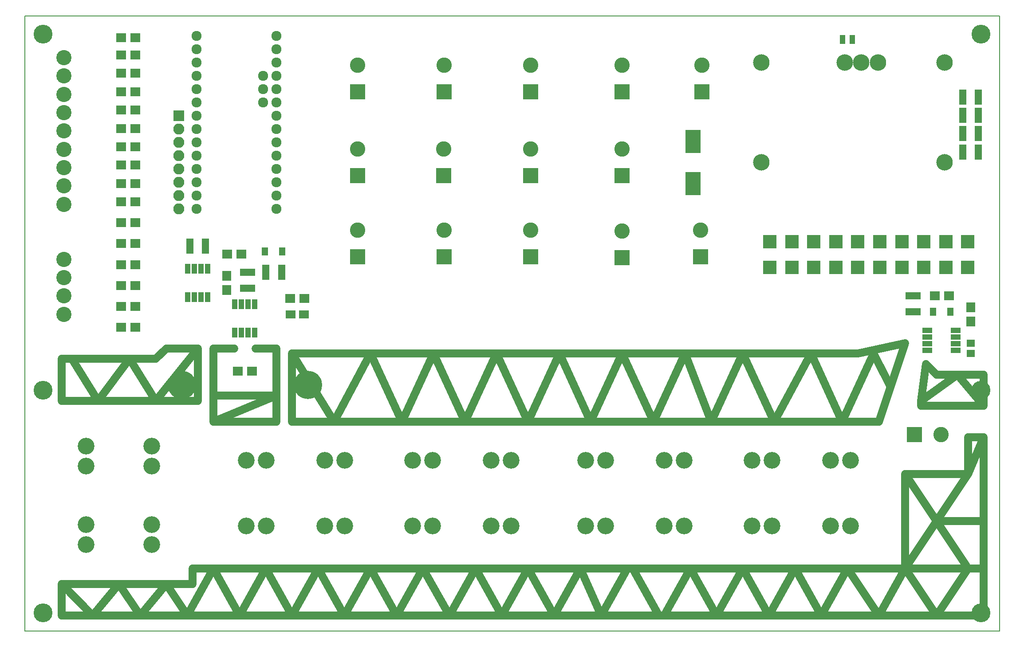
<source format=gts>
G04 #@! TF.FileFunction,Soldermask,Top*
%FSLAX46Y46*%
G04 Gerber Fmt 4.6, Leading zero omitted, Abs format (unit mm)*
G04 Created by KiCad (PCBNEW 4.0.4-stable) date 05/08/17 18:11:55*
%MOMM*%
%LPD*%
G01*
G04 APERTURE LIST*
%ADD10C,0.100000*%
%ADD11C,1.500000*%
%ADD12C,0.150000*%
%ADD13C,5.400000*%
%ADD14R,2.940000X2.940000*%
%ADD15C,2.940000*%
%ADD16C,3.600000*%
%ADD17O,1.924000X1.924000*%
%ADD18R,1.950000X1.000000*%
%ADD19R,1.000000X1.950000*%
%ADD20R,2.525980X2.525980*%
%ADD21C,3.200000*%
%ADD22R,1.700000X1.900000*%
%ADD23R,1.900000X1.700000*%
%ADD24R,2.900000X1.400000*%
%ADD25R,1.400000X2.900000*%
%ADD26R,1.300000X1.600000*%
%ADD27C,2.900000*%
%ADD28R,1.900000X1.650000*%
%ADD29R,2.100000X2.100000*%
%ADD30O,2.100000X2.100000*%
%ADD31R,2.900000X4.400000*%
%ADD32R,1.100000X1.700000*%
%ADD33C,3.150000*%
%ADD34R,1.650000X1.400000*%
G04 APERTURE END LIST*
D10*
D11*
X39623000Y68538000D02*
X13623000Y68538000D01*
X13623000Y76538000D02*
X31623000Y76538000D01*
X13623000Y68538000D02*
X13623000Y76538000D01*
X42623000Y64538000D02*
X54623000Y69538000D01*
X42623000Y64538000D02*
X54623000Y64538000D01*
X54623000Y69538000D02*
X42623000Y69538000D01*
X54623000Y78538000D02*
X54623000Y64538000D01*
X42623000Y78538000D02*
X42623000Y64538000D01*
X43623000Y78538000D02*
X42623000Y78538000D01*
X20623000Y68538000D02*
X15623000Y76538000D01*
X26623000Y76538000D02*
X20623000Y68538000D01*
X31623000Y68538000D02*
X26623000Y76538000D01*
X39623000Y78538000D02*
X31623000Y68538000D01*
X33623000Y78538000D02*
X39623000Y78538000D01*
X31623000Y76538000D02*
X33623000Y78538000D01*
X39623000Y78538000D02*
X39623000Y68538000D01*
X46623000Y78538000D02*
X43623000Y78538000D01*
X50623000Y78538000D02*
X54623000Y78538000D01*
X186623000Y54538000D02*
X189623000Y61538000D01*
X186623000Y54538000D02*
X174623000Y54538000D01*
X186623000Y57538000D02*
X186623000Y54538000D01*
X186623000Y61538000D02*
X186623000Y57538000D01*
X189623000Y61538000D02*
X186623000Y61538000D01*
X189623000Y54538000D02*
X189623000Y61538000D01*
X184623000Y73538000D02*
X189623000Y67538000D01*
X177623000Y68538000D02*
X184623000Y73538000D01*
X177623000Y67538000D02*
X177623000Y68538000D01*
X189623000Y67538000D02*
X177623000Y67538000D01*
X189623000Y73538000D02*
X189623000Y67538000D01*
X180623000Y73538000D02*
X189623000Y73538000D01*
X178623000Y75538000D02*
X180623000Y73538000D01*
X177623000Y68538000D02*
X178623000Y75538000D01*
X168623000Y77538000D02*
X171623000Y71538000D01*
X162623000Y64538000D02*
X168623000Y77538000D01*
X156623000Y77538000D02*
X162623000Y64538000D01*
X149623000Y64538000D02*
X156623000Y77538000D01*
X143623000Y77538000D02*
X149623000Y64538000D01*
X137623000Y64538000D02*
X143623000Y77538000D01*
X132623000Y77538000D02*
X137623000Y64538000D01*
X126623000Y64538000D02*
X132623000Y77538000D01*
X120623000Y77538000D02*
X126623000Y64538000D01*
X114623000Y64538000D02*
X120623000Y77538000D01*
X108623000Y77538000D02*
X114623000Y64538000D01*
X102623000Y64538000D02*
X108623000Y77538000D01*
X96623000Y77538000D02*
X102623000Y64538000D01*
X90623000Y64538000D02*
X96623000Y77538000D01*
X84623000Y77538000D02*
X90623000Y64538000D01*
X78623000Y64538000D02*
X84623000Y77538000D01*
X72623000Y77538000D02*
X78623000Y64538000D01*
X65623000Y64538000D02*
X72623000Y77538000D01*
X57623000Y77538000D02*
X65623000Y64538000D01*
X165623000Y77538000D02*
X57623000Y77538000D01*
X174623000Y79538000D02*
X165623000Y77538000D01*
X169623000Y64538000D02*
X174623000Y79538000D01*
X57623000Y64538000D02*
X169623000Y64538000D01*
X57623000Y77538000D02*
X57623000Y64538000D01*
X186623000Y36538000D02*
X180623000Y27538000D01*
X180623000Y45538000D02*
X189623000Y45538000D01*
X180623000Y45538000D02*
X186623000Y54538000D01*
X180623000Y45538000D02*
X174623000Y54538000D01*
X180623000Y45538000D02*
X186623000Y36538000D01*
X180623000Y45538000D02*
X174623000Y36538000D01*
X174623000Y36538000D02*
X189623000Y36538000D01*
X174623000Y36538000D02*
X180623000Y27538000D01*
X169623000Y27538000D02*
X174623000Y36538000D01*
X163623000Y36538000D02*
X169623000Y27538000D01*
X158623000Y27538000D02*
X163623000Y36538000D01*
X153623000Y36538000D02*
X158623000Y27538000D01*
X148623000Y27538000D02*
X153623000Y36538000D01*
X143623000Y36538000D02*
X148623000Y27538000D01*
X138623000Y27538000D02*
X143623000Y36538000D01*
X133623000Y36538000D02*
X138623000Y27538000D01*
X128623000Y27538000D02*
X133623000Y36538000D01*
X122623000Y36538000D02*
X127623000Y27538000D01*
X116623000Y27538000D02*
X121623000Y36538000D01*
X112623000Y36538000D02*
X116623000Y27538000D01*
X107623000Y27538000D02*
X112623000Y36538000D01*
X102623000Y36538000D02*
X107623000Y27538000D01*
X97623000Y27538000D02*
X102623000Y36538000D01*
X92623000Y36538000D02*
X97623000Y27538000D01*
X87623000Y27538000D02*
X92623000Y36538000D01*
X82623000Y36538000D02*
X87623000Y27538000D01*
X77623000Y27538000D02*
X82623000Y36538000D01*
X72623000Y36538000D02*
X77623000Y27538000D01*
X67623000Y27538000D02*
X72623000Y36538000D01*
X62623000Y36538000D02*
X67623000Y27538000D01*
X57623000Y27538000D02*
X62623000Y36538000D01*
X52623000Y36538000D02*
X57623000Y27538000D01*
X47623000Y27538000D02*
X52623000Y36538000D01*
X42623000Y36538000D02*
X47623000Y27538000D01*
X37623000Y27538000D02*
X42623000Y36538000D01*
X33623000Y33538000D02*
X37623000Y27538000D01*
X28623000Y27538000D02*
X33623000Y33538000D01*
X24623000Y33538000D02*
X28623000Y27538000D01*
X19623000Y27538000D02*
X24623000Y33538000D01*
X13623000Y33538000D02*
X19623000Y27538000D01*
X38623000Y33538000D02*
X13623000Y33538000D01*
X38623000Y36538000D02*
X38623000Y33538000D01*
X174623000Y36538000D02*
X38623000Y36538000D01*
X174623000Y54538000D02*
X174623000Y36538000D01*
X189623000Y27538000D02*
X189623000Y54538000D01*
X13623000Y27538000D02*
X189623000Y27538000D01*
X13623000Y27538000D02*
X13623000Y33538000D01*
D12*
X192623000Y24538000D02*
X192623000Y142038000D01*
X6623000Y24538000D02*
X192623000Y24538000D01*
X6623000Y142038000D02*
X6623000Y24538000D01*
X192623000Y142038000D02*
X6623000Y142038000D01*
D13*
X60623000Y71538000D03*
D14*
X135623000Y95998000D03*
D15*
X135623000Y101078000D03*
D14*
X86623000Y95998000D03*
D15*
X86623000Y101078000D03*
D16*
X10123000Y70538000D03*
X189123000Y70538000D03*
D17*
X54668000Y105138000D03*
X39428000Y105138000D03*
X54668000Y110218000D03*
X54668000Y112758000D03*
X54668000Y107678000D03*
X39428000Y107678000D03*
X39428000Y110218000D03*
X54668000Y120378000D03*
X39428000Y112758000D03*
X54668000Y117838000D03*
X39428000Y115298000D03*
X54668000Y122918000D03*
X52123000Y127998000D03*
X54668000Y115298000D03*
X52123000Y130538000D03*
X54668000Y133078000D03*
X39428000Y120378000D03*
X52123000Y125458000D03*
X54668000Y138158000D03*
X54668000Y135618000D03*
X39428000Y122918000D03*
X39428000Y125458000D03*
X39428000Y138158000D03*
X39428000Y127998000D03*
X39428000Y117838000D03*
X39428000Y130538000D03*
X39428000Y133078000D03*
X39428000Y135618000D03*
X54668000Y127998000D03*
X54668000Y125458000D03*
X54668000Y130538000D03*
D18*
X178843000Y81953000D03*
X178843000Y80683000D03*
X178843000Y79413000D03*
X178843000Y78143000D03*
X184243000Y78143000D03*
X184243000Y79413000D03*
X184243000Y80683000D03*
X184243000Y81953000D03*
D19*
X46713000Y81538000D03*
X47983000Y81538000D03*
X49253000Y81538000D03*
X50523000Y81538000D03*
X50523000Y86938000D03*
X49253000Y86938000D03*
X47983000Y86938000D03*
X46713000Y86938000D03*
D20*
X186583560Y94001500D03*
X186583560Y98865600D03*
X182382400Y94001500D03*
X182382400Y98865600D03*
X178183780Y94001500D03*
X178183780Y98865600D03*
X173982620Y94001500D03*
X173982620Y98865600D03*
X169784000Y94001500D03*
X169784000Y98865600D03*
X165582840Y94001500D03*
X165582840Y98865600D03*
X161384220Y94001500D03*
X161384220Y98865600D03*
X157183060Y94001500D03*
X157183060Y98865600D03*
X152984440Y94001500D03*
X152984440Y98865600D03*
X148783280Y94001500D03*
X148788360Y98865600D03*
D21*
X113632847Y57136163D03*
X117432847Y57136163D03*
X113632847Y44636163D03*
X117432847Y44636163D03*
X128632847Y57136163D03*
X132432847Y57136163D03*
X128632847Y44636163D03*
X132432847Y44636163D03*
X48862847Y57136163D03*
X52662847Y57136163D03*
X48862847Y44636163D03*
X52662847Y44636163D03*
X63862847Y57136163D03*
X67662847Y57136163D03*
X63862847Y44636163D03*
X67662847Y44636163D03*
X80602847Y57136163D03*
X84402847Y57136163D03*
X80602847Y44636163D03*
X84402847Y44636163D03*
X95602847Y57136163D03*
X99402847Y57136163D03*
X95602847Y44636163D03*
X99402847Y44636163D03*
X145382847Y57136163D03*
X149182847Y57136163D03*
X145382847Y44636163D03*
X149182847Y44636163D03*
X160382847Y57136163D03*
X164182847Y57136163D03*
X160382847Y44636163D03*
X164182847Y44636163D03*
X18332847Y41066163D03*
X18332847Y44866163D03*
X30832847Y41066163D03*
X30832847Y44866163D03*
X18332847Y56066163D03*
X18332847Y59866163D03*
X30832847Y56066163D03*
X30832847Y59866163D03*
D22*
X45123000Y92388000D03*
X45123000Y89688000D03*
D23*
X45273000Y96538000D03*
X47973000Y96538000D03*
D22*
X187123000Y86388000D03*
X187123000Y83688000D03*
D23*
X182973000Y88538000D03*
X180273000Y88538000D03*
X27744000Y127538000D03*
X25044000Y127538000D03*
X27744000Y124038000D03*
X25044000Y124038000D03*
X27744000Y120538000D03*
X25044000Y120538000D03*
X27744000Y117038000D03*
X25044000Y117038000D03*
X27744000Y113538000D03*
X25044000Y113538000D03*
X27744000Y110038000D03*
X25044000Y110038000D03*
X27744000Y106538000D03*
X25044000Y106538000D03*
X27744000Y102538000D03*
X25044000Y102538000D03*
X27744000Y98538000D03*
X25044000Y98538000D03*
X27744000Y94538000D03*
X25044000Y94538000D03*
X27744000Y90538000D03*
X25044000Y90538000D03*
X27744000Y86538000D03*
X25044000Y86538000D03*
X27744000Y82538000D03*
X25044000Y82538000D03*
X27744000Y137869500D03*
X25044000Y137869500D03*
X27744000Y134538000D03*
X25044000Y134538000D03*
X27744000Y131038000D03*
X25044000Y131038000D03*
D24*
X49123000Y90038000D03*
X49123000Y93038000D03*
D25*
X41123000Y98038000D03*
X38123000Y98038000D03*
X55623000Y93038000D03*
X52623000Y93038000D03*
D26*
X55773000Y97038000D03*
X52473000Y97038000D03*
X179973000Y85538000D03*
X183273000Y85538000D03*
D14*
X176427000Y62077000D03*
D15*
X181507000Y62077000D03*
D14*
X86599000Y111532200D03*
D15*
X86599000Y116612200D03*
D14*
X135823000Y127498000D03*
D15*
X135823000Y132578000D03*
D14*
X120623000Y95876867D03*
D15*
X120623000Y100956867D03*
D14*
X70123000Y127498000D03*
D15*
X70123000Y132578000D03*
D14*
X70139800Y111506800D03*
D15*
X70139800Y116586800D03*
D14*
X120623000Y127498000D03*
D15*
X120623000Y132578000D03*
D14*
X103123000Y95998000D03*
D15*
X103123000Y101078000D03*
D14*
X86623000Y127498000D03*
D15*
X86623000Y132578000D03*
D14*
X103123000Y127498000D03*
D15*
X103123000Y132578000D03*
D27*
X14123000Y95538000D03*
X14123000Y92038000D03*
X14123000Y88538000D03*
X14123000Y85038000D03*
X14123000Y106038000D03*
X14123000Y109538000D03*
X14123000Y113038000D03*
X14123000Y116538000D03*
X14123000Y120038000D03*
X14123000Y123538000D03*
X14123000Y127038000D03*
X14123000Y130538000D03*
X14123000Y134038000D03*
D19*
X41528000Y93738000D03*
X40258000Y93738000D03*
X38988000Y93738000D03*
X37718000Y93738000D03*
X37718000Y88338000D03*
X38988000Y88338000D03*
X40258000Y88338000D03*
X41528000Y88338000D03*
D24*
X176123000Y85538000D03*
X176123000Y88538000D03*
D28*
X57373000Y85038000D03*
X59873000Y85038000D03*
D23*
X57273000Y88038000D03*
X59973000Y88038000D03*
X47283000Y74168000D03*
X49983000Y74168000D03*
D14*
X70123000Y95998000D03*
D15*
X70123000Y101078000D03*
D16*
X189123000Y138538000D03*
X189123000Y28038000D03*
X10123000Y28038000D03*
X10123000Y138538000D03*
D29*
X36003000Y122918000D03*
D30*
X36003000Y120378000D03*
X36003000Y117838000D03*
X36003000Y115298000D03*
X36003000Y112758000D03*
X36003000Y110218000D03*
X36003000Y107678000D03*
X36003000Y105138000D03*
D25*
X185623000Y119538000D03*
X188623000Y119538000D03*
X185623000Y126538000D03*
X188623000Y126538000D03*
X185623000Y116038000D03*
X188623000Y116038000D03*
X185623000Y123038000D03*
X188623000Y123038000D03*
D31*
X134123000Y118038000D03*
X134123000Y110038000D03*
D14*
X103123000Y111498000D03*
D15*
X103123000Y116578000D03*
D14*
X120623000Y111498000D03*
D15*
X120623000Y116578000D03*
D32*
X162673000Y137538000D03*
X164573000Y137538000D03*
D33*
X182123000Y114038000D03*
X147198000Y114038000D03*
X147198000Y133088000D03*
X182123000Y133088000D03*
X163073000Y133088000D03*
X166248000Y133088000D03*
X169423000Y133088000D03*
D34*
X187123000Y79538000D03*
X187123000Y77538000D03*
D13*
X36623000Y71538000D03*
M02*

</source>
